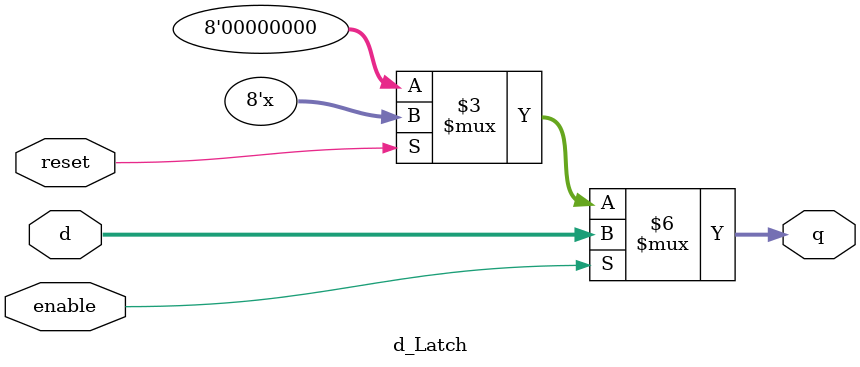
<source format=v>
module d_Latch (
   input [7:0]d,
   input enable,
	input reset,
   output reg [7:0] q
);
   always @ (reset or enable or d)
      if (enable)
         q <= d;
		else if (!reset)
         q <= 0; 			
endmodule

</source>
